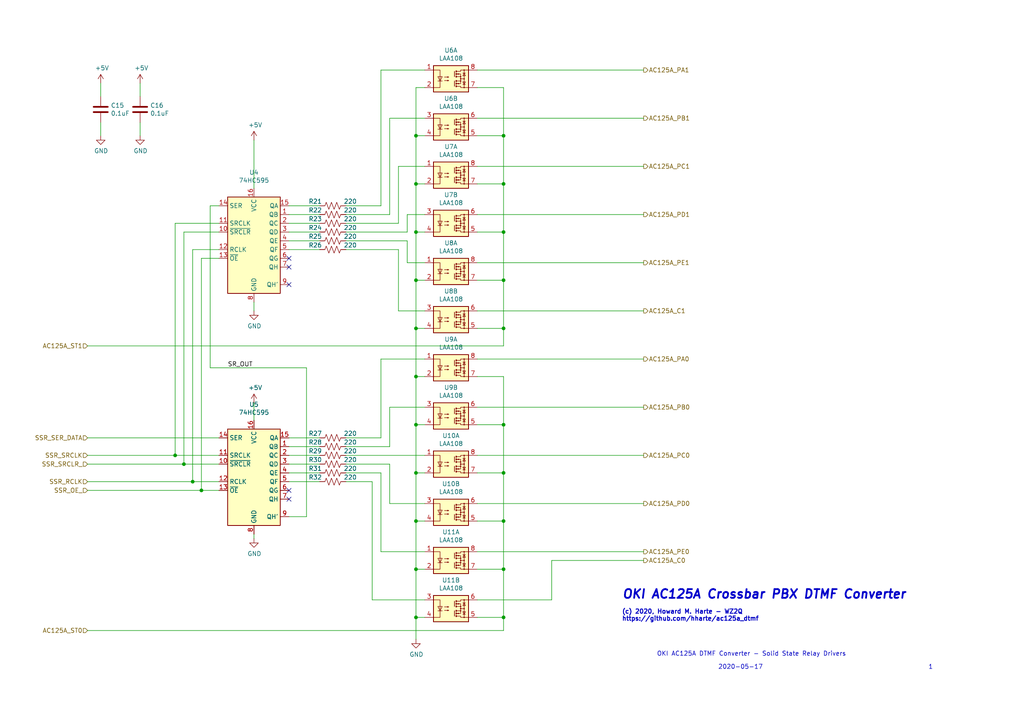
<source format=kicad_sch>
(kicad_sch (version 20231120) (generator "eeschema") (generator_version "8.0")
  (paper "A4")
  (lib_symbols
    (symbol "74xx:74HC595"
      (property "Reference" "U" (at -7.62 13.97 0))
      (property "Value" "74HC595" (at -7.62 -16.51 0))
      (symbol "74HC595_1_0"
        (pin tri_state line (at 10.16 7.62 180) (length 2.54) (name "QB") (number "1"))
        (pin input line (at -10.16 2.54 0) (length 2.54) (name "~{SRCLR}") (number "10"))
        (pin input line (at -10.16 5.08 0) (length 2.54) (name "SRCLK") (number "11"))
        (pin input line (at -10.16 -2.54 0) (length 2.54) (name "RCLK") (number "12"))
        (pin input line (at -10.16 -5.08 0) (length 2.54) (name "~{OE}") (number "13"))
        (pin input line (at -10.16 10.16 0) (length 2.54) (name "SER") (number "14"))
        (pin tri_state line (at 10.16 10.16 180) (length 2.54) (name "QA") (number "15"))
        (pin power_in line (at 0 15.24 270) (length 2.54) (name "VCC") (number "16"))
        (pin tri_state line (at 10.16 5.08 180) (length 2.54) (name "QC") (number "2"))
        (pin tri_state line (at 10.16 2.54 180) (length 2.54) (name "QD") (number "3"))
        (pin tri_state line (at 10.16 0 180) (length 2.54) (name "QE") (number "4"))
        (pin tri_state line (at 10.16 -2.54 180) (length 2.54) (name "QF") (number "5"))
        (pin tri_state line (at 10.16 -5.08 180) (length 2.54) (name "QG") (number "6"))
        (pin tri_state line (at 10.16 -7.62 180) (length 2.54) (name "QH") (number "7"))
        (pin power_in line (at 0 -17.78 90) (length 2.54) (name "GND") (number "8"))
        (pin output line (at 10.16 -12.7 180) (length 2.54) (name "QH'") (number "9"))
      )
      (symbol "74HC595_1_1"
        (rectangle (start -7.62 12.7) (end 7.62 -15.24) (stroke (width 0.254)) (fill (type background)))
      )
    )
    (symbol "Device:C" (pin_numbers hide) (pin_names (offset 0.254))
      (property "Reference" "C" (at 0.635 2.54 0))
      (property "Value" "C" (at 0.635 -2.54 0))
      (symbol "C_0_1"
        (polyline (pts (xy -2.032 -0.762) (xy 2.032 -0.762)) (stroke (width 0.508)))
        (polyline (pts (xy -2.032 0.762) (xy 2.032 0.762)) (stroke (width 0.508)))
      )
      (symbol "C_1_1"
        (pin passive line (at 0 3.81 270) (length 2.794) (name "~") (number "1"))
        (pin passive line (at 0 -3.81 90) (length 2.794) (name "~") (number "2"))
      )
    )
    (symbol "Device:R_US" (pin_numbers hide) (pin_names (offset 0))
      (property "Reference" "R" (at 2.54 0 90))
      (property "Value" "R_US" (at -2.54 0 90))
      (symbol "R_US_0_1"
        (polyline (pts (xy 0 -2.286) (xy 0 -2.54)))
        (polyline (pts (xy 0 2.286) (xy 0 2.54)))
        (polyline (pts (xy 0 -0.762) (xy 1.016 -1.143) (xy 0 -1.524) (xy -1.016 -1.905) (xy 0 -2.286)))
        (polyline (pts (xy 0 0.762) (xy 1.016 0.381) (xy 0 0) (xy -1.016 -0.381) (xy 0 -0.762)))
        (polyline (pts (xy 0 2.286) (xy 1.016 1.905) (xy 0 1.524) (xy -1.016 1.143) (xy 0 0.762)))
      )
      (symbol "R_US_1_1"
        (pin passive line (at 0 3.81 270) (length 1.27) (name "~") (number "1"))
        (pin passive line (at 0 -3.81 90) (length 1.27) (name "~") (number "2"))
      )
    )
    (symbol "Relay_SolidState:LAA110"
      (property "Reference" "U" (at -5.08 5.08 0))
      (property "Value" "LAA110" (at 0 5.08 0))
      (symbol "LAA110_0_1"
        (rectangle (start -5.08 3.81) (end 5.08 -3.81) (stroke (width 0.254)) (fill (type background)))
        (polyline (pts (xy -3.81 -0.635) (xy -2.54 -0.635)))
        (polyline (pts (xy 1.016 -0.635) (xy 1.016 -2.159)) (stroke (width 0.2032)))
        (polyline (pts (xy 1.016 2.159) (xy 1.016 0.635)) (stroke (width 0.2032)))
        (polyline (pts (xy 1.524 -0.508) (xy 1.524 -0.762)) (stroke (width 0.3556)))
        (polyline (pts (xy 2.794 0) (xy 3.81 0)))
        (polyline (pts (xy 3.429 -1.651) (xy 4.191 -1.651)))
        (polyline (pts (xy 3.429 1.651) (xy 4.191 1.651)))
        (polyline (pts (xy 3.81 -2.54) (xy 3.81 2.54)))
        (polyline (pts (xy 1.524 -2.032) (xy 1.524 -2.286) (xy 1.524 -2.286)) (stroke (width 0.3556)))
        (polyline (pts (xy 1.524 -1.27) (xy 1.524 -1.524) (xy 1.524 -1.524)) (stroke (width 0.3556)))
        (polyline (pts (xy 1.524 0.762) (xy 1.524 0.508) (xy 1.524 0.508)) (stroke (width 0.3556)))
        (polyline (pts (xy 1.524 1.524) (xy 1.524 1.27) (xy 1.524 1.27)) (stroke (width 0.3556)))
        (polyline (pts (xy 1.524 2.286) (xy 1.524 2.032) (xy 1.524 2.032)) (stroke (width 0.3556)))
        (polyline (pts (xy 1.651 -1.397) (xy 2.794 -1.397) (xy 2.794 -0.635)))
        (polyline (pts (xy 1.651 1.397) (xy 2.794 1.397) (xy 2.794 0.635)))
        (polyline (pts (xy -5.08 2.54) (xy -3.175 2.54) (xy -3.175 -2.54) (xy -5.08 -2.54)))
        (polyline (pts (xy -3.175 -0.635) (xy -3.81 0.635) (xy -2.54 0.635) (xy -3.175 -0.635)))
        (polyline (pts (xy 1.651 -2.159) (xy 2.794 -2.159) (xy 2.794 -2.54) (xy 5.08 -2.54)))
        (polyline (pts (xy 1.651 -0.635) (xy 2.794 -0.635) (xy 2.794 0.635) (xy 1.651 0.635)))
        (polyline (pts (xy 1.651 2.159) (xy 2.794 2.159) (xy 2.794 2.54) (xy 5.08 2.54)))
        (polyline (pts (xy 1.778 -1.397) (xy 2.286 -1.27) (xy 2.286 -1.524) (xy 1.778 -1.397)))
        (polyline (pts (xy 1.778 1.397) (xy 2.286 1.524) (xy 2.286 1.27) (xy 1.778 1.397)))
        (polyline (pts (xy 3.81 -1.651) (xy 3.429 -0.889) (xy 4.191 -0.889) (xy 3.81 -1.651)))
        (polyline (pts (xy 3.81 1.651) (xy 3.429 0.889) (xy 4.191 0.889) (xy 3.81 1.651)))
        (polyline (pts (xy -1.905 -0.508) (xy -0.635 -0.508) (xy -1.016 -0.635) (xy -1.016 -0.381) (xy -0.635 -0.508)))
        (polyline (pts (xy -1.905 0.508) (xy -0.635 0.508) (xy -1.016 0.381) (xy -1.016 0.635) (xy -0.635 0.508)))
        (circle (center 2.794 -0.635) (radius 0.127))
        (circle (center 2.794 0) (radius 0.127))
        (circle (center 2.794 0.635) (radius 0.127))
        (circle (center 3.81 -2.54) (radius 0.127))
        (circle (center 3.81 0) (radius 0.127))
        (circle (center 3.81 2.54) (radius 0.127))
      )
      (symbol "LAA110_1_1"
        (pin passive line (at -7.62 2.54 0) (length 2.54) (name "~") (number "1"))
        (pin passive line (at -7.62 -2.54 0) (length 2.54) (name "~") (number "2"))
        (pin passive line (at 7.62 -2.54 180) (length 2.54) (name "~") (number "7"))
        (pin passive line (at 7.62 2.54 180) (length 2.54) (name "~") (number "8"))
      )
      (symbol "LAA110_2_1"
        (pin passive line (at -7.62 2.54 0) (length 2.54) (name "~") (number "3"))
        (pin passive line (at -7.62 -2.54 0) (length 2.54) (name "~") (number "4"))
        (pin passive line (at 7.62 -2.54 180) (length 2.54) (name "~") (number "5"))
        (pin passive line (at 7.62 2.54 180) (length 2.54) (name "~") (number "6"))
      )
    )
    (symbol "power:+5V" (power) (pin_names (offset 0))
      (property "Value" "+5V" (at 0 3.556 0))
      (symbol "+5V_0_1"
        (polyline (pts (xy -0.762 1.27) (xy 0 2.54)))
        (polyline (pts (xy 0 0) (xy 0 2.54)))
        (polyline (pts (xy 0 2.54) (xy 0.762 1.27)))
      )
      (symbol "+5V_1_1"
        (pin power_in line (at 0 0 90) (length 0) hide (name "+5V") (number "1"))
      )
    )
    (symbol "power:GND" (power) (pin_names (offset 0))
      (property "Value" "GND" (at 0 -3.81 0))
      (symbol "GND_0_1"
        (polyline (pts (xy 0 0) (xy 0 -1.27) (xy 1.27 -1.27) (xy 0 -2.54) (xy -1.27 -1.27) (xy 0 -1.27)))
      )
      (symbol "GND_1_1"
        (pin power_in line (at 0 0 270) (length 0) hide (name "GND") (number "1"))
      )
    )
  )
  (junction (at 146.05 179.07))
  (junction (at 120.65 165.1))
  (junction (at 146.05 67.31))
  (junction (at 146.05 123.19))
  (junction (at 120.65 151.13))
  (junction (at 55.88 139.7))
  (junction (at 50.8 132.08))
  (junction (at 120.65 39.37))
  (junction (at 120.65 53.34))
  (junction (at 120.65 137.16))
  (junction (at 120.65 81.28))
  (junction (at 146.05 151.13))
  (junction (at 146.05 39.37))
  (junction (at 58.42 142.24))
  (junction (at 146.05 81.28))
  (junction (at 146.05 95.25))
  (junction (at 146.05 53.34))
  (junction (at 120.65 123.19))
  (junction (at 120.65 179.07))
  (junction (at 120.65 95.25))
  (junction (at 53.34 134.62))
  (junction (at 146.05 137.16))
  (junction (at 146.05 165.1))
  (junction (at 120.65 109.22))
  (junction (at 120.65 67.31))
  (no_connect (at 83.82 144.78))
  (no_connect (at 83.82 74.93))
  (no_connect (at 83.82 142.24))
  (no_connect (at 83.82 82.55))
  (no_connect (at 83.82 77.47))
  (wire (pts (xy 83.82 134.62) (xy 92.71 134.62)))
  (wire (pts (xy 29.21 35.56) (xy 29.21 39.37)))
  (wire (pts (xy 25.4 142.24) (xy 58.42 142.24)))
  (wire (pts (xy 113.03 134.62) (xy 113.03 146.05)))
  (wire (pts (xy 123.19 137.16) (xy 120.65 137.16)))
  (wire (pts (xy 138.43 109.22) (xy 146.05 109.22)))
  (wire (pts (xy 120.65 123.19) (xy 120.65 109.22)))
  (wire (pts (xy 83.82 137.16) (xy 92.71 137.16)))
  (wire (pts (xy 138.43 151.13) (xy 146.05 151.13)))
  (wire (pts (xy 50.8 64.77) (xy 50.8 132.08)))
  (wire (pts (xy 138.43 160.02) (xy 186.69 160.02)))
  (wire (pts (xy 138.43 81.28) (xy 146.05 81.28)))
  (wire (pts (xy 55.88 72.39) (xy 55.88 139.7)))
  (wire (pts (xy 53.34 134.62) (xy 53.34 67.31)))
  (wire (pts (xy 110.49 59.69) (xy 100.33 59.69)))
  (wire (pts (xy 58.42 142.24) (xy 58.42 74.93)))
  (wire (pts (xy 123.19 95.25) (xy 120.65 95.25)))
  (wire (pts (xy 120.65 53.34) (xy 120.65 39.37)))
  (wire (pts (xy 100.33 69.85) (xy 118.11 69.85)))
  (wire (pts (xy 138.43 67.31) (xy 146.05 67.31)))
  (wire (pts (xy 138.43 179.07) (xy 146.05 179.07)))
  (wire (pts (xy 138.43 165.1) (xy 146.05 165.1)))
  (wire (pts (xy 146.05 81.28) (xy 146.05 67.31)))
  (wire (pts (xy 120.65 53.34) (xy 123.19 53.34)))
  (wire (pts (xy 160.02 173.99) (xy 160.02 162.56)))
  (wire (pts (xy 138.43 132.08) (xy 186.69 132.08)))
  (wire (pts (xy 120.65 39.37) (xy 120.65 25.4)))
  (wire (pts (xy 29.21 27.94) (xy 29.21 24.13)))
  (wire (pts (xy 73.66 40.64) (xy 73.66 54.61)))
  (wire (pts (xy 113.03 62.23) (xy 113.03 34.29)))
  (wire (pts (xy 120.65 39.37) (xy 123.19 39.37)))
  (wire (pts (xy 110.49 20.32) (xy 110.49 59.69)))
  (wire (pts (xy 25.4 134.62) (xy 53.34 134.62)))
  (wire (pts (xy 63.5 127) (xy 25.4 127)))
  (wire (pts (xy 100.33 62.23) (xy 113.03 62.23)))
  (wire (pts (xy 146.05 137.16) (xy 146.05 123.19)))
  (wire (pts (xy 60.96 59.69) (xy 63.5 59.69)))
  (wire (pts (xy 55.88 72.39) (xy 63.5 72.39)))
  (wire (pts (xy 123.19 123.19) (xy 120.65 123.19)))
  (wire (pts (xy 120.65 151.13) (xy 120.65 137.16)))
  (wire (pts (xy 138.43 20.32) (xy 186.69 20.32)))
  (wire (pts (xy 123.19 109.22) (xy 120.65 109.22)))
  (wire (pts (xy 60.96 106.68) (xy 60.96 59.69)))
  (wire (pts (xy 50.8 132.08) (xy 25.4 132.08)))
  (wire (pts (xy 88.9 149.86) (xy 88.9 106.68)))
  (wire (pts (xy 123.19 179.07) (xy 120.65 179.07)))
  (wire (pts (xy 100.33 127) (xy 110.49 127)))
  (wire (pts (xy 138.43 34.29) (xy 186.69 34.29)))
  (wire (pts (xy 120.65 81.28) (xy 120.65 67.31)))
  (wire (pts (xy 83.82 139.7) (xy 92.71 139.7)))
  (wire (pts (xy 115.57 48.26) (xy 123.19 48.26)))
  (wire (pts (xy 146.05 39.37) (xy 146.05 25.4)))
  (wire (pts (xy 25.4 139.7) (xy 55.88 139.7)))
  (wire (pts (xy 53.34 134.62) (xy 63.5 134.62)))
  (wire (pts (xy 83.82 127) (xy 92.71 127)))
  (wire (pts (xy 123.19 67.31) (xy 120.65 67.31)))
  (wire (pts (xy 146.05 179.07) (xy 146.05 165.1)))
  (wire (pts (xy 146.05 151.13) (xy 146.05 137.16)))
  (wire (pts (xy 120.65 185.42) (xy 120.65 179.07)))
  (wire (pts (xy 40.64 35.56) (xy 40.64 39.37)))
  (wire (pts (xy 83.82 59.69) (xy 92.71 59.69)))
  (wire (pts (xy 138.43 173.99) (xy 160.02 173.99)))
  (wire (pts (xy 120.65 25.4) (xy 123.19 25.4)))
  (wire (pts (xy 120.65 95.25) (xy 120.65 81.28)))
  (wire (pts (xy 120.65 67.31) (xy 120.65 53.34)))
  (wire (pts (xy 120.65 109.22) (xy 120.65 95.25)))
  (wire (pts (xy 73.66 90.17) (xy 73.66 87.63)))
  (wire (pts (xy 118.11 76.2) (xy 123.19 76.2)))
  (wire (pts (xy 63.5 64.77) (xy 50.8 64.77)))
  (wire (pts (xy 146.05 53.34) (xy 146.05 39.37)))
  (wire (pts (xy 107.95 173.99) (xy 123.19 173.99)))
  (wire (pts (xy 83.82 149.86) (xy 88.9 149.86)))
  (wire (pts (xy 73.66 154.94) (xy 73.66 156.21)))
  (wire (pts (xy 113.03 129.54) (xy 113.03 118.11)))
  (wire (pts (xy 83.82 62.23) (xy 92.71 62.23)))
  (wire (pts (xy 100.33 132.08) (xy 123.19 132.08)))
  (wire (pts (xy 138.43 95.25) (xy 146.05 95.25)))
  (wire (pts (xy 83.82 64.77) (xy 92.71 64.77)))
  (wire (pts (xy 25.4 100.33) (xy 146.05 100.33)))
  (wire (pts (xy 138.43 118.11) (xy 186.69 118.11)))
  (wire (pts (xy 73.66 121.92) (xy 73.66 116.84)))
  (wire (pts (xy 146.05 67.31) (xy 146.05 53.34)))
  (wire (pts (xy 146.05 95.25) (xy 146.05 81.28)))
  (wire (pts (xy 123.19 81.28) (xy 120.65 81.28)))
  (wire (pts (xy 107.95 139.7) (xy 107.95 173.99)))
  (wire (pts (xy 88.9 106.68) (xy 60.96 106.68)))
  (wire (pts (xy 123.19 165.1) (xy 120.65 165.1)))
  (wire (pts (xy 138.43 104.14) (xy 186.69 104.14)))
  (wire (pts (xy 146.05 165.1) (xy 146.05 151.13)))
  (wire (pts (xy 138.43 146.05) (xy 186.69 146.05)))
  (wire (pts (xy 110.49 137.16) (xy 110.49 160.02)))
  (wire (pts (xy 138.43 137.16) (xy 146.05 137.16)))
  (wire (pts (xy 118.11 62.23) (xy 123.19 62.23)))
  (wire (pts (xy 110.49 20.32) (xy 123.19 20.32)))
  (wire (pts (xy 55.88 139.7) (xy 63.5 139.7)))
  (wire (pts (xy 100.33 139.7) (xy 107.95 139.7)))
  (wire (pts (xy 146.05 123.19) (xy 146.05 109.22)))
  (wire (pts (xy 83.82 67.31) (xy 92.71 67.31)))
  (wire (pts (xy 110.49 104.14) (xy 123.19 104.14)))
  (wire (pts (xy 118.11 67.31) (xy 118.11 62.23)))
  (wire (pts (xy 58.42 142.24) (xy 63.5 142.24)))
  (wire (pts (xy 113.03 118.11) (xy 123.19 118.11)))
  (wire (pts (xy 113.03 34.29) (xy 123.19 34.29)))
  (wire (pts (xy 138.43 53.34) (xy 146.05 53.34)))
  (wire (pts (xy 110.49 127) (xy 110.49 104.14)))
  (wire (pts (xy 138.43 123.19) (xy 146.05 123.19)))
  (wire (pts (xy 115.57 90.17) (xy 123.19 90.17)))
  (wire (pts (xy 100.33 64.77) (xy 115.57 64.77)))
  (wire (pts (xy 83.82 72.39) (xy 92.71 72.39)))
  (wire (pts (xy 146.05 182.88) (xy 146.05 179.07)))
  (wire (pts (xy 138.43 39.37) (xy 146.05 39.37)))
  (wire (pts (xy 146.05 100.33) (xy 146.05 95.25)))
  (wire (pts (xy 83.82 129.54) (xy 92.71 129.54)))
  (wire (pts (xy 53.34 67.31) (xy 63.5 67.31)))
  (wire (pts (xy 120.65 137.16) (xy 120.65 123.19)))
  (wire (pts (xy 123.19 151.13) (xy 120.65 151.13)))
  (wire (pts (xy 115.57 64.77) (xy 115.57 48.26)))
  (wire (pts (xy 100.33 134.62) (xy 113.03 134.62)))
  (wire (pts (xy 120.65 179.07) (xy 120.65 165.1)))
  (wire (pts (xy 100.33 67.31) (xy 118.11 67.31)))
  (wire (pts (xy 120.65 165.1) (xy 120.65 151.13)))
  (wire (pts (xy 138.43 90.17) (xy 186.69 90.17)))
  (wire (pts (xy 83.82 69.85) (xy 92.71 69.85)))
  (wire (pts (xy 113.03 146.05) (xy 123.19 146.05)))
  (wire (pts (xy 83.82 132.08) (xy 92.71 132.08)))
  (wire (pts (xy 100.33 129.54) (xy 113.03 129.54)))
  (wire (pts (xy 115.57 72.39) (xy 115.57 90.17)))
  (wire (pts (xy 25.4 182.88) (xy 146.05 182.88)))
  (wire (pts (xy 146.05 25.4) (xy 138.43 25.4)))
  (wire (pts (xy 100.33 72.39) (xy 115.57 72.39)))
  (wire (pts (xy 138.43 76.2) (xy 186.69 76.2)))
  (wire (pts (xy 138.43 62.23) (xy 186.69 62.23)))
  (wire (pts (xy 40.64 27.94) (xy 40.64 24.13)))
  (wire (pts (xy 58.42 74.93) (xy 63.5 74.93)))
  (wire (pts (xy 63.5 132.08) (xy 50.8 132.08)))
  (wire (pts (xy 160.02 162.56) (xy 186.69 162.56)))
  (wire (pts (xy 118.11 69.85) (xy 118.11 76.2)))
  (wire (pts (xy 100.33 137.16) (xy 110.49 137.16)))
  (wire (pts (xy 110.49 160.02) (xy 123.19 160.02)))
  (wire (pts (xy 138.43 48.26) (xy 186.69 48.26)))
  (text "(c) 2020, Howard M. Harte - WZ2Q\nhttps://github.com/hharte/ac125a_dtmf" (at 180.34 180.34 0) (effects (font (size 1.27 1.27) (thickness 0.254) (bold yes)) (justify left bottom)))
  (text "1" (at 269.24 194.31 0) (effects (font (size 1.27 1.27)) (justify left bottom)))
  (text "2020-05-17" (at 208.28 194.31 0) (effects (font (size 1.27 1.27)) (justify left bottom)))
  (text "OKI AC125A Crossbar PBX DTMF Converter" (at 180.34 173.99 0) (effects (font (size 2.54 2.54) (thickness 0.508) (bold yes) (italic yes)) (justify left bottom)))
  (text "OKI AC125A DTMF Converter - Solid State Relay Drivers" (at 190.5 190.5 0) (effects (font (size 1.27 1.27)) (justify left bottom)))
  (label "SR_OUT" (at 66.04 106.68 0))
  (hierarchical_label "SSR_SRCLR_" (shape input) (at 25.4 134.62 180))
  (hierarchical_label "AC125A_ST0" (shape input) (at 25.4 182.88 180))
  (hierarchical_label "AC125A_PE1" (shape output) (at 186.69 76.2 0))
  (hierarchical_label "SSR_SER_DATA" (shape input) (at 25.4 127 180))
  (hierarchical_label "AC125A_PA1" (shape output) (at 186.69 20.32 0))
  (hierarchical_label "AC125A_PC0" (shape output) (at 186.69 132.08 0))
  (hierarchical_label "AC125A_ST1" (shape input) (at 25.4 100.33 180))
  (hierarchical_label "AC125A_PD1" (shape output) (at 186.69 62.23 0))
  (hierarchical_label "AC125A_PD0" (shape output) (at 186.69 146.05 0))
  (hierarchical_label "SSR_SRCLK" (shape input) (at 25.4 132.08 180))
  (hierarchical_label "AC125A_PE0" (shape output) (at 186.69 160.02 0))
  (hierarchical_label "AC125A_PC1" (shape output) (at 186.69 48.26 0))
  (hierarchical_label "AC125A_PB0" (shape output) (at 186.69 118.11 0))
  (hierarchical_label "AC125A_PB1" (shape output) (at 186.69 34.29 0))
  (hierarchical_label "SSR_RCLK" (shape input) (at 25.4 139.7 180))
  (hierarchical_label "AC125A_PA0" (shape output) (at 186.69 104.14 0))
  (hierarchical_label "SSR_OE_" (shape input) (at 25.4 142.24 180))
  (hierarchical_label "AC125A_C0" (shape output) (at 186.69 162.56 0))
  (hierarchical_label "AC125A_C1" (shape output) (at 186.69 90.17 0))
  (symbol (lib_id "74xx:74HC595") (at 73.66 69.85 0) (unit 1)
    (property "Reference" "U4" (at 73.66 50.0126 0))
    (property "Value" "74HC595" (at 73.66 52.324 0))
    (property "Footprint" "Package_DIP:DIP-16_W7.62mm" (effects (hide yes)))
    (property "Datasheet" "http://www.ti.com/lit/ds/symlink/sn74hc595.pdf" (effects (hide yes)))
  )
  (symbol (lib_id "74xx:74HC595") (at 73.66 137.16 0) (unit 1)
    (property "Reference" "U5" (at 73.66 117.3226 0))
    (property "Value" "74HC595" (at 73.66 119.634 0))
    (property "Footprint" "Package_DIP:DIP-16_W7.62mm" (effects (hide yes)))
    (property "Datasheet" "http://www.ti.com/lit/ds/symlink/sn74hc595.pdf" (effects (hide yes)))
  )
  (symbol (lib_id "Relay_SolidState:LAA110") (at 130.81 22.86 0) (unit 1)
    (property "Reference" "U6" (at 130.81 14.605 0))
    (property "Value" "LAA108" (at 130.81 16.9164 0))
    (property "Footprint" "Package_DIP:DIP-8_W7.62mm" (effects (hide yes)))
    (property "Datasheet" "http://www.clare.com/home/pdfs.nsf/www/LAA110.pdf/$file/LAA110.pdf" (effects (hide yes)))
  )
  (symbol (lib_id "Relay_SolidState:LAA110") (at 130.81 36.83 0) (unit 2)
    (property "Reference" "U6" (at 130.81 28.575 0))
    (property "Value" "LAA108" (at 130.81 30.8864 0))
    (property "Footprint" "Package_DIP:DIP-8_W7.62mm" (effects (hide yes)))
    (property "Datasheet" "http://www.clare.com/home/pdfs.nsf/www/LAA110.pdf/$file/LAA110.pdf" (effects (hide yes)))
  )
  (symbol (lib_id "Relay_SolidState:LAA110") (at 130.81 50.8 0) (unit 1)
    (property "Reference" "U7" (at 130.81 42.545 0))
    (property "Value" "LAA108" (at 130.81 44.8564 0))
    (property "Footprint" "Package_DIP:DIP-8_W7.62mm" (effects (hide yes)))
    (property "Datasheet" "http://www.clare.com/home/pdfs.nsf/www/LAA110.pdf/$file/LAA110.pdf" (effects (hide yes)))
  )
  (symbol (lib_id "Relay_SolidState:LAA110") (at 130.81 64.77 0) (unit 2)
    (property "Reference" "U7" (at 130.81 56.515 0))
    (property "Value" "LAA108" (at 130.81 58.8264 0))
    (property "Footprint" "Package_DIP:DIP-8_W7.62mm" (effects (hide yes)))
    (property "Datasheet" "http://www.clare.com/home/pdfs.nsf/www/LAA110.pdf/$file/LAA110.pdf" (effects (hide yes)))
  )
  (symbol (lib_id "Relay_SolidState:LAA110") (at 130.81 78.74 0) (unit 1)
    (property "Reference" "U8" (at 130.81 70.485 0))
    (property "Value" "LAA108" (at 130.81 72.7964 0))
    (property "Footprint" "Package_DIP:DIP-8_W7.62mm" (effects (hide yes)))
    (property "Datasheet" "http://www.clare.com/home/pdfs.nsf/www/LAA110.pdf/$file/LAA110.pdf" (effects (hide yes)))
  )
  (symbol (lib_id "Relay_SolidState:LAA110") (at 130.81 92.71 0) (unit 2)
    (property "Reference" "U8" (at 130.81 84.455 0))
    (property "Value" "LAA108" (at 130.81 86.7664 0))
    (property "Footprint" "Package_DIP:DIP-8_W7.62mm" (effects (hide yes)))
    (property "Datasheet" "http://www.clare.com/home/pdfs.nsf/www/LAA110.pdf/$file/LAA110.pdf" (effects (hide yes)))
  )
  (symbol (lib_id "Relay_SolidState:LAA110") (at 130.81 106.68 0) (unit 1)
    (property "Reference" "U9" (at 130.81 98.425 0))
    (property "Value" "LAA108" (at 130.81 100.7364 0))
    (property "Footprint" "Package_DIP:DIP-8_W7.62mm" (effects (hide yes)))
    (property "Datasheet" "http://www.clare.com/home/pdfs.nsf/www/LAA110.pdf/$file/LAA110.pdf" (effects (hide yes)))
  )
  (symbol (lib_id "Relay_SolidState:LAA110") (at 130.81 120.65 0) (unit 2)
    (property "Reference" "U9" (at 130.81 112.395 0))
    (property "Value" "LAA108" (at 130.81 114.7064 0))
    (property "Footprint" "Package_DIP:DIP-8_W7.62mm" (effects (hide yes)))
    (property "Datasheet" "http://www.clare.com/home/pdfs.nsf/www/LAA110.pdf/$file/LAA110.pdf" (effects (hide yes)))
  )
  (symbol (lib_id "Relay_SolidState:LAA110") (at 130.81 134.62 0) (unit 1)
    (property "Reference" "U10" (at 130.81 126.365 0))
    (property "Value" "LAA108" (at 130.81 128.6764 0))
    (property "Footprint" "Package_DIP:DIP-8_W7.62mm" (effects (hide yes)))
    (property "Datasheet" "http://www.clare.com/home/pdfs.nsf/www/LAA110.pdf/$file/LAA110.pdf" (effects (hide yes)))
  )
  (symbol (lib_id "Relay_SolidState:LAA110") (at 130.81 148.59 0) (unit 2)
    (property "Reference" "U10" (at 130.81 140.335 0))
    (property "Value" "LAA108" (at 130.81 142.6464 0))
    (property "Footprint" "Package_DIP:DIP-8_W7.62mm" (effects (hide yes)))
    (property "Datasheet" "http://www.clare.com/home/pdfs.nsf/www/LAA110.pdf/$file/LAA110.pdf" (effects (hide yes)))
  )
  (symbol (lib_id "Relay_SolidState:LAA110") (at 130.81 162.56 0) (unit 1)
    (property "Reference" "U11" (at 130.81 154.305 0))
    (property "Value" "LAA108" (at 130.81 156.6164 0))
    (property "Footprint" "Package_DIP:DIP-8_W7.62mm" (effects (hide yes)))
    (property "Datasheet" "http://www.clare.com/home/pdfs.nsf/www/LAA110.pdf/$file/LAA110.pdf" (effects (hide yes)))
  )
  (symbol (lib_id "Relay_SolidState:LAA110") (at 130.81 176.53 0) (unit 2)
    (property "Reference" "U11" (at 130.81 168.275 0))
    (property "Value" "LAA108" (at 130.81 170.5864 0))
    (property "Footprint" "Package_DIP:DIP-8_W7.62mm" (effects (hide yes)))
    (property "Datasheet" "http://www.clare.com/home/pdfs.nsf/www/LAA110.pdf/$file/LAA110.pdf" (effects (hide yes)))
  )
  (symbol (lib_id "Device:R_US") (at 96.52 59.69 270) (unit 1)
    (property "Reference" "R21" (at 91.44 58.42 90))
    (property "Value" "220" (at 101.6 58.42 90))
    (property "Footprint" "Resistor_THT:R_Axial_DIN0207_L6.3mm_D2.5mm_P7.62mm_Horizontal" (effects (hide yes)))
  )
  (symbol (lib_id "Device:R_US") (at 96.52 62.23 270) (unit 1)
    (property "Reference" "R22" (at 91.44 60.96 90))
    (property "Value" "220" (at 101.6 60.96 90))
    (property "Footprint" "Resistor_THT:R_Axial_DIN0207_L6.3mm_D2.5mm_P7.62mm_Horizontal" (effects (hide yes)))
  )
  (symbol (lib_id "Device:R_US") (at 96.52 64.77 270) (unit 1)
    (property "Reference" "R23" (at 91.44 63.5 90))
    (property "Value" "220" (at 101.6 63.5 90))
    (property "Footprint" "Resistor_THT:R_Axial_DIN0207_L6.3mm_D2.5mm_P7.62mm_Horizontal" (effects (hide yes)))
  )
  (symbol (lib_id "Device:R_US") (at 96.52 67.31 270) (unit 1)
    (property "Reference" "R24" (at 91.44 66.04 90))
    (property "Value" "220" (at 101.6 66.04 90))
    (property "Footprint" "Resistor_THT:R_Axial_DIN0207_L6.3mm_D2.5mm_P7.62mm_Horizontal" (effects (hide yes)))
  )
  (symbol (lib_id "Device:R_US") (at 96.52 69.85 270) (unit 1)
    (property "Reference" "R25" (at 91.44 68.58 90))
    (property "Value" "220" (at 101.6 68.58 90))
    (property "Footprint" "Resistor_THT:R_Axial_DIN0207_L6.3mm_D2.5mm_P7.62mm_Horizontal" (effects (hide yes)))
  )
  (symbol (lib_id "Device:R_US") (at 96.52 72.39 270) (unit 1)
    (property "Reference" "R26" (at 91.44 71.12 90))
    (property "Value" "220" (at 101.6 71.12 90))
    (property "Footprint" "Resistor_THT:R_Axial_DIN0207_L6.3mm_D2.5mm_P7.62mm_Horizontal" (effects (hide yes)))
  )
  (symbol (lib_id "Device:R_US") (at 96.52 127 270) (unit 1)
    (property "Reference" "R27" (at 91.44 125.73 90))
    (property "Value" "220" (at 101.6 125.73 90))
    (property "Footprint" "Resistor_THT:R_Axial_DIN0207_L6.3mm_D2.5mm_P7.62mm_Horizontal" (effects (hide yes)))
  )
  (symbol (lib_id "Device:R_US") (at 96.52 129.54 270) (unit 1)
    (property "Reference" "R28" (at 91.44 128.27 90))
    (property "Value" "220" (at 101.6 128.27 90))
    (property "Footprint" "Resistor_THT:R_Axial_DIN0207_L6.3mm_D2.5mm_P7.62mm_Horizontal" (effects (hide yes)))
  )
  (symbol (lib_id "Device:R_US") (at 96.52 132.08 270) (unit 1)
    (property "Reference" "R29" (at 91.44 130.81 90))
    (property "Value" "220" (at 101.6 130.81 90))
    (property "Footprint" "Resistor_THT:R_Axial_DIN0207_L6.3mm_D2.5mm_P7.62mm_Horizontal" (effects (hide yes)))
  )
  (symbol (lib_id "Device:R_US") (at 96.52 134.62 270) (unit 1)
    (property "Reference" "R30" (at 91.44 133.35 90))
    (property "Value" "220" (at 101.6 133.35 90))
    (property "Footprint" "Resistor_THT:R_Axial_DIN0207_L6.3mm_D2.5mm_P7.62mm_Horizontal" (effects (hide yes)))
  )
  (symbol (lib_id "Device:R_US") (at 96.52 137.16 270) (unit 1)
    (property "Reference" "R31" (at 91.44 135.89 90))
    (property "Value" "220" (at 101.6 135.89 90))
    (property "Footprint" "Resistor_THT:R_Axial_DIN0207_L6.3mm_D2.5mm_P7.62mm_Horizontal" (effects (hide yes)))
  )
  (symbol (lib_id "Device:R_US") (at 96.52 139.7 270) (unit 1)
    (property "Reference" "R32" (at 91.44 138.43 90))
    (property "Value" "220" (at 101.6 138.43 90))
    (property "Footprint" "Resistor_THT:R_Axial_DIN0207_L6.3mm_D2.5mm_P7.62mm_Horizontal" (effects (hide yes)))
  )
  (symbol (lib_id "power:+5V") (at 29.21 24.13 0) (unit 1)
    (property "Reference" "#PWR024" (effects (hide yes)))
    (property "Value" "+5V" (at 29.591 19.7358 0))
  )
  (symbol (lib_id "Device:C") (at 29.21 31.75 0) (unit 1)
    (property "Reference" "C15" (at 32.131 30.5816 0) (effects (justify left)))
    (property "Value" "0.1uF" (at 32.131 32.893 0) (effects (justify left)))
    (property "Footprint" "Capacitor_THT:C_Disc_D3.0mm_W2.0mm_P2.50mm" (effects (hide yes)))
  )
  (symbol (lib_id "power:GND") (at 29.21 39.37 0) (unit 1)
    (property "Reference" "#PWR025" (effects (hide yes)))
    (property "Value" "GND" (at 29.337 43.7642 0))
  )
  (symbol (lib_id "power:+5V") (at 40.64 24.13 0) (unit 1)
    (property "Reference" "#PWR026" (effects (hide yes)))
    (property "Value" "+5V" (at 41.021 19.7358 0))
  )
  (symbol (lib_id "Device:C") (at 40.64 31.75 0) (unit 1)
    (property "Reference" "C16" (at 43.561 30.5816 0) (effects (justify left)))
    (property "Value" "0.1uF" (at 43.561 32.893 0) (effects (justify left)))
    (property "Footprint" "Capacitor_THT:C_Disc_D3.0mm_W2.0mm_P2.50mm" (effects (hide yes)))
  )
  (symbol (lib_id "power:GND") (at 40.64 39.37 0) (unit 1)
    (property "Reference" "#PWR027" (effects (hide yes)))
    (property "Value" "GND" (at 40.767 43.7642 0))
  )
  (symbol (lib_id "power:+5V") (at 73.66 40.64 0) (unit 1)
    (property "Reference" "#PWR028" (effects (hide yes)))
    (property "Value" "+5V" (at 74.041 36.2458 0))
  )
  (symbol (lib_id "power:GND") (at 73.66 90.17 0) (unit 1)
    (property "Reference" "#PWR029" (effects (hide yes)))
    (property "Value" "GND" (at 73.787 94.5642 0))
  )
  (symbol (lib_id "power:GND") (at 120.65 185.42 0) (unit 1)
    (property "Reference" "#PWR032" (effects (hide yes)))
    (property "Value" "GND" (at 120.777 189.8142 0))
  )
  (symbol (lib_id "power:GND") (at 73.66 156.21 0) (unit 1)
    (property "Reference" "#PWR031" (effects (hide yes)))
    (property "Value" "GND" (at 73.787 160.6042 0))
  )
  (symbol (lib_id "power:+5V") (at 73.66 116.84 0) (unit 1)
    (property "Reference" "#PWR030" (effects (hide yes)))
    (property "Value" "+5V" (at 74.041 112.4458 0))
  )
)
</source>
